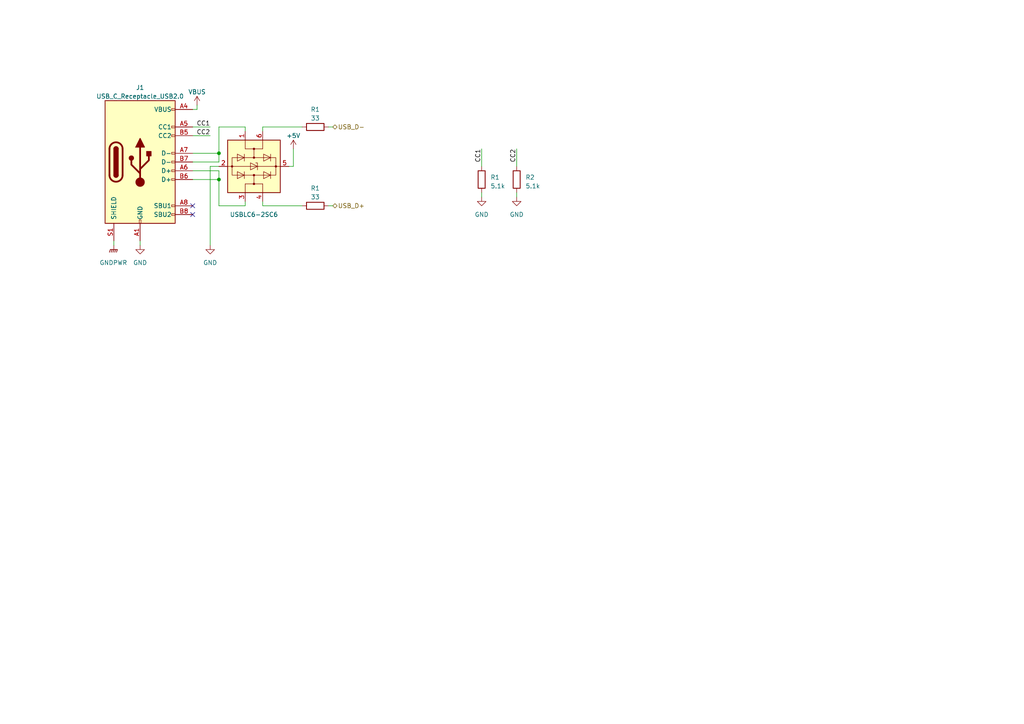
<source format=kicad_sch>
(kicad_sch (version 20230121) (generator eeschema)

  (uuid 5dc50b3a-a912-4e6c-bfa6-3c1c5cd11f41)

  (paper "A4")

  (title_block
    (title "net-bmp")
    (date "2023-11-11")
    (rev "b")
    (company "elagil")
  )

  (lib_symbols
    (symbol "Connector:USB_C_Receptacle_USB2.0" (pin_names (offset 1.016)) (in_bom yes) (on_board yes)
      (property "Reference" "J" (at -10.16 19.05 0)
        (effects (font (size 1.27 1.27)) (justify left))
      )
      (property "Value" "USB_C_Receptacle_USB2.0" (at 19.05 19.05 0)
        (effects (font (size 1.27 1.27)) (justify right))
      )
      (property "Footprint" "" (at 3.81 0 0)
        (effects (font (size 1.27 1.27)) hide)
      )
      (property "Datasheet" "https://www.usb.org/sites/default/files/documents/usb_type-c.zip" (at 3.81 0 0)
        (effects (font (size 1.27 1.27)) hide)
      )
      (property "ki_keywords" "usb universal serial bus type-C USB2.0" (at 0 0 0)
        (effects (font (size 1.27 1.27)) hide)
      )
      (property "ki_description" "USB 2.0-only Type-C Receptacle connector" (at 0 0 0)
        (effects (font (size 1.27 1.27)) hide)
      )
      (property "ki_fp_filters" "USB*C*Receptacle*" (at 0 0 0)
        (effects (font (size 1.27 1.27)) hide)
      )
      (symbol "USB_C_Receptacle_USB2.0_0_0"
        (rectangle (start -0.254 -17.78) (end 0.254 -16.764)
          (stroke (width 0) (type default))
          (fill (type none))
        )
        (rectangle (start 10.16 -14.986) (end 9.144 -15.494)
          (stroke (width 0) (type default))
          (fill (type none))
        )
        (rectangle (start 10.16 -12.446) (end 9.144 -12.954)
          (stroke (width 0) (type default))
          (fill (type none))
        )
        (rectangle (start 10.16 -4.826) (end 9.144 -5.334)
          (stroke (width 0) (type default))
          (fill (type none))
        )
        (rectangle (start 10.16 -2.286) (end 9.144 -2.794)
          (stroke (width 0) (type default))
          (fill (type none))
        )
        (rectangle (start 10.16 0.254) (end 9.144 -0.254)
          (stroke (width 0) (type default))
          (fill (type none))
        )
        (rectangle (start 10.16 2.794) (end 9.144 2.286)
          (stroke (width 0) (type default))
          (fill (type none))
        )
        (rectangle (start 10.16 7.874) (end 9.144 7.366)
          (stroke (width 0) (type default))
          (fill (type none))
        )
        (rectangle (start 10.16 10.414) (end 9.144 9.906)
          (stroke (width 0) (type default))
          (fill (type none))
        )
        (rectangle (start 10.16 15.494) (end 9.144 14.986)
          (stroke (width 0) (type default))
          (fill (type none))
        )
      )
      (symbol "USB_C_Receptacle_USB2.0_0_1"
        (rectangle (start -10.16 17.78) (end 10.16 -17.78)
          (stroke (width 0.254) (type default))
          (fill (type background))
        )
        (arc (start -8.89 -3.81) (mid -6.985 -5.7067) (end -5.08 -3.81)
          (stroke (width 0.508) (type default))
          (fill (type none))
        )
        (arc (start -7.62 -3.81) (mid -6.985 -4.4423) (end -6.35 -3.81)
          (stroke (width 0.254) (type default))
          (fill (type none))
        )
        (arc (start -7.62 -3.81) (mid -6.985 -4.4423) (end -6.35 -3.81)
          (stroke (width 0.254) (type default))
          (fill (type outline))
        )
        (rectangle (start -7.62 -3.81) (end -6.35 3.81)
          (stroke (width 0.254) (type default))
          (fill (type outline))
        )
        (arc (start -6.35 3.81) (mid -6.985 4.4423) (end -7.62 3.81)
          (stroke (width 0.254) (type default))
          (fill (type none))
        )
        (arc (start -6.35 3.81) (mid -6.985 4.4423) (end -7.62 3.81)
          (stroke (width 0.254) (type default))
          (fill (type outline))
        )
        (arc (start -5.08 3.81) (mid -6.985 5.7067) (end -8.89 3.81)
          (stroke (width 0.508) (type default))
          (fill (type none))
        )
        (circle (center -2.54 1.143) (radius 0.635)
          (stroke (width 0.254) (type default))
          (fill (type outline))
        )
        (circle (center 0 -5.842) (radius 1.27)
          (stroke (width 0) (type default))
          (fill (type outline))
        )
        (polyline
          (pts
            (xy -8.89 -3.81)
            (xy -8.89 3.81)
          )
          (stroke (width 0.508) (type default))
          (fill (type none))
        )
        (polyline
          (pts
            (xy -5.08 3.81)
            (xy -5.08 -3.81)
          )
          (stroke (width 0.508) (type default))
          (fill (type none))
        )
        (polyline
          (pts
            (xy 0 -5.842)
            (xy 0 4.318)
          )
          (stroke (width 0.508) (type default))
          (fill (type none))
        )
        (polyline
          (pts
            (xy 0 -3.302)
            (xy -2.54 -0.762)
            (xy -2.54 0.508)
          )
          (stroke (width 0.508) (type default))
          (fill (type none))
        )
        (polyline
          (pts
            (xy 0 -2.032)
            (xy 2.54 0.508)
            (xy 2.54 1.778)
          )
          (stroke (width 0.508) (type default))
          (fill (type none))
        )
        (polyline
          (pts
            (xy -1.27 4.318)
            (xy 0 6.858)
            (xy 1.27 4.318)
            (xy -1.27 4.318)
          )
          (stroke (width 0.254) (type default))
          (fill (type outline))
        )
        (rectangle (start 1.905 1.778) (end 3.175 3.048)
          (stroke (width 0.254) (type default))
          (fill (type outline))
        )
      )
      (symbol "USB_C_Receptacle_USB2.0_1_1"
        (pin passive line (at 0 -22.86 90) (length 5.08)
          (name "GND" (effects (font (size 1.27 1.27))))
          (number "A1" (effects (font (size 1.27 1.27))))
        )
        (pin passive line (at 0 -22.86 90) (length 5.08) hide
          (name "GND" (effects (font (size 1.27 1.27))))
          (number "A12" (effects (font (size 1.27 1.27))))
        )
        (pin passive line (at 15.24 15.24 180) (length 5.08)
          (name "VBUS" (effects (font (size 1.27 1.27))))
          (number "A4" (effects (font (size 1.27 1.27))))
        )
        (pin bidirectional line (at 15.24 10.16 180) (length 5.08)
          (name "CC1" (effects (font (size 1.27 1.27))))
          (number "A5" (effects (font (size 1.27 1.27))))
        )
        (pin bidirectional line (at 15.24 -2.54 180) (length 5.08)
          (name "D+" (effects (font (size 1.27 1.27))))
          (number "A6" (effects (font (size 1.27 1.27))))
        )
        (pin bidirectional line (at 15.24 2.54 180) (length 5.08)
          (name "D-" (effects (font (size 1.27 1.27))))
          (number "A7" (effects (font (size 1.27 1.27))))
        )
        (pin bidirectional line (at 15.24 -12.7 180) (length 5.08)
          (name "SBU1" (effects (font (size 1.27 1.27))))
          (number "A8" (effects (font (size 1.27 1.27))))
        )
        (pin passive line (at 15.24 15.24 180) (length 5.08) hide
          (name "VBUS" (effects (font (size 1.27 1.27))))
          (number "A9" (effects (font (size 1.27 1.27))))
        )
        (pin passive line (at 0 -22.86 90) (length 5.08) hide
          (name "GND" (effects (font (size 1.27 1.27))))
          (number "B1" (effects (font (size 1.27 1.27))))
        )
        (pin passive line (at 0 -22.86 90) (length 5.08) hide
          (name "GND" (effects (font (size 1.27 1.27))))
          (number "B12" (effects (font (size 1.27 1.27))))
        )
        (pin passive line (at 15.24 15.24 180) (length 5.08) hide
          (name "VBUS" (effects (font (size 1.27 1.27))))
          (number "B4" (effects (font (size 1.27 1.27))))
        )
        (pin bidirectional line (at 15.24 7.62 180) (length 5.08)
          (name "CC2" (effects (font (size 1.27 1.27))))
          (number "B5" (effects (font (size 1.27 1.27))))
        )
        (pin bidirectional line (at 15.24 -5.08 180) (length 5.08)
          (name "D+" (effects (font (size 1.27 1.27))))
          (number "B6" (effects (font (size 1.27 1.27))))
        )
        (pin bidirectional line (at 15.24 0 180) (length 5.08)
          (name "D-" (effects (font (size 1.27 1.27))))
          (number "B7" (effects (font (size 1.27 1.27))))
        )
        (pin bidirectional line (at 15.24 -15.24 180) (length 5.08)
          (name "SBU2" (effects (font (size 1.27 1.27))))
          (number "B8" (effects (font (size 1.27 1.27))))
        )
        (pin passive line (at 15.24 15.24 180) (length 5.08) hide
          (name "VBUS" (effects (font (size 1.27 1.27))))
          (number "B9" (effects (font (size 1.27 1.27))))
        )
        (pin passive line (at -7.62 -22.86 90) (length 5.08)
          (name "SHIELD" (effects (font (size 1.27 1.27))))
          (number "S1" (effects (font (size 1.27 1.27))))
        )
      )
    )
    (symbol "Device:R" (pin_numbers hide) (pin_names (offset 0)) (in_bom yes) (on_board yes)
      (property "Reference" "R" (at 2.032 0 90)
        (effects (font (size 1.27 1.27)))
      )
      (property "Value" "R" (at 0 0 90)
        (effects (font (size 1.27 1.27)))
      )
      (property "Footprint" "" (at -1.778 0 90)
        (effects (font (size 1.27 1.27)) hide)
      )
      (property "Datasheet" "~" (at 0 0 0)
        (effects (font (size 1.27 1.27)) hide)
      )
      (property "ki_keywords" "R res resistor" (at 0 0 0)
        (effects (font (size 1.27 1.27)) hide)
      )
      (property "ki_description" "Resistor" (at 0 0 0)
        (effects (font (size 1.27 1.27)) hide)
      )
      (property "ki_fp_filters" "R_*" (at 0 0 0)
        (effects (font (size 1.27 1.27)) hide)
      )
      (symbol "R_0_1"
        (rectangle (start -1.016 -2.54) (end 1.016 2.54)
          (stroke (width 0.254) (type default))
          (fill (type none))
        )
      )
      (symbol "R_1_1"
        (pin passive line (at 0 3.81 270) (length 1.27)
          (name "~" (effects (font (size 1.27 1.27))))
          (number "1" (effects (font (size 1.27 1.27))))
        )
        (pin passive line (at 0 -3.81 90) (length 1.27)
          (name "~" (effects (font (size 1.27 1.27))))
          (number "2" (effects (font (size 1.27 1.27))))
        )
      )
    )
    (symbol "Power_Protection:USBLC6-2SC6" (pin_names hide) (in_bom yes) (on_board yes)
      (property "Reference" "U" (at 2.54 8.89 0)
        (effects (font (size 1.27 1.27)) (justify left))
      )
      (property "Value" "USBLC6-2SC6" (at 2.54 -8.89 0)
        (effects (font (size 1.27 1.27)) (justify left))
      )
      (property "Footprint" "Package_TO_SOT_SMD:SOT-23-6" (at 0 -12.7 0)
        (effects (font (size 1.27 1.27)) hide)
      )
      (property "Datasheet" "https://www.st.com/resource/en/datasheet/usblc6-2.pdf" (at 5.08 8.89 0)
        (effects (font (size 1.27 1.27)) hide)
      )
      (property "ki_keywords" "usb ethernet video" (at 0 0 0)
        (effects (font (size 1.27 1.27)) hide)
      )
      (property "ki_description" "Very low capacitance ESD protection diode, 2 data-line, SOT-23-6" (at 0 0 0)
        (effects (font (size 1.27 1.27)) hide)
      )
      (property "ki_fp_filters" "SOT?23*" (at 0 0 0)
        (effects (font (size 1.27 1.27)) hide)
      )
      (symbol "USBLC6-2SC6_0_1"
        (rectangle (start -7.62 -7.62) (end 7.62 7.62)
          (stroke (width 0.254) (type default))
          (fill (type background))
        )
        (circle (center -5.08 0) (radius 0.254)
          (stroke (width 0) (type default))
          (fill (type outline))
        )
        (circle (center -2.54 0) (radius 0.254)
          (stroke (width 0) (type default))
          (fill (type outline))
        )
        (rectangle (start -2.54 6.35) (end 2.54 -6.35)
          (stroke (width 0) (type default))
          (fill (type none))
        )
        (circle (center 0 -6.35) (radius 0.254)
          (stroke (width 0) (type default))
          (fill (type outline))
        )
        (polyline
          (pts
            (xy -5.08 -2.54)
            (xy -7.62 -2.54)
          )
          (stroke (width 0) (type default))
          (fill (type none))
        )
        (polyline
          (pts
            (xy -5.08 0)
            (xy -5.08 -2.54)
          )
          (stroke (width 0) (type default))
          (fill (type none))
        )
        (polyline
          (pts
            (xy -5.08 2.54)
            (xy -7.62 2.54)
          )
          (stroke (width 0) (type default))
          (fill (type none))
        )
        (polyline
          (pts
            (xy -1.524 -2.794)
            (xy -3.556 -2.794)
          )
          (stroke (width 0) (type default))
          (fill (type none))
        )
        (polyline
          (pts
            (xy -1.524 4.826)
            (xy -3.556 4.826)
          )
          (stroke (width 0) (type default))
          (fill (type none))
        )
        (polyline
          (pts
            (xy 0 -7.62)
            (xy 0 -6.35)
          )
          (stroke (width 0) (type default))
          (fill (type none))
        )
        (polyline
          (pts
            (xy 0 -6.35)
            (xy 0 1.27)
          )
          (stroke (width 0) (type default))
          (fill (type none))
        )
        (polyline
          (pts
            (xy 0 1.27)
            (xy 0 6.35)
          )
          (stroke (width 0) (type default))
          (fill (type none))
        )
        (polyline
          (pts
            (xy 0 6.35)
            (xy 0 7.62)
          )
          (stroke (width 0) (type default))
          (fill (type none))
        )
        (polyline
          (pts
            (xy 1.524 -2.794)
            (xy 3.556 -2.794)
          )
          (stroke (width 0) (type default))
          (fill (type none))
        )
        (polyline
          (pts
            (xy 1.524 4.826)
            (xy 3.556 4.826)
          )
          (stroke (width 0) (type default))
          (fill (type none))
        )
        (polyline
          (pts
            (xy 5.08 -2.54)
            (xy 7.62 -2.54)
          )
          (stroke (width 0) (type default))
          (fill (type none))
        )
        (polyline
          (pts
            (xy 5.08 0)
            (xy 5.08 -2.54)
          )
          (stroke (width 0) (type default))
          (fill (type none))
        )
        (polyline
          (pts
            (xy 5.08 2.54)
            (xy 7.62 2.54)
          )
          (stroke (width 0) (type default))
          (fill (type none))
        )
        (polyline
          (pts
            (xy -2.54 0)
            (xy -5.08 0)
            (xy -5.08 2.54)
          )
          (stroke (width 0) (type default))
          (fill (type none))
        )
        (polyline
          (pts
            (xy 2.54 0)
            (xy 5.08 0)
            (xy 5.08 2.54)
          )
          (stroke (width 0) (type default))
          (fill (type none))
        )
        (polyline
          (pts
            (xy -3.556 -4.826)
            (xy -1.524 -4.826)
            (xy -2.54 -2.794)
            (xy -3.556 -4.826)
          )
          (stroke (width 0) (type default))
          (fill (type none))
        )
        (polyline
          (pts
            (xy -3.556 2.794)
            (xy -1.524 2.794)
            (xy -2.54 4.826)
            (xy -3.556 2.794)
          )
          (stroke (width 0) (type default))
          (fill (type none))
        )
        (polyline
          (pts
            (xy -1.016 -1.016)
            (xy 1.016 -1.016)
            (xy 0 1.016)
            (xy -1.016 -1.016)
          )
          (stroke (width 0) (type default))
          (fill (type none))
        )
        (polyline
          (pts
            (xy 1.016 1.016)
            (xy 0.762 1.016)
            (xy -1.016 1.016)
            (xy -1.016 0.508)
          )
          (stroke (width 0) (type default))
          (fill (type none))
        )
        (polyline
          (pts
            (xy 3.556 -4.826)
            (xy 1.524 -4.826)
            (xy 2.54 -2.794)
            (xy 3.556 -4.826)
          )
          (stroke (width 0) (type default))
          (fill (type none))
        )
        (polyline
          (pts
            (xy 3.556 2.794)
            (xy 1.524 2.794)
            (xy 2.54 4.826)
            (xy 3.556 2.794)
          )
          (stroke (width 0) (type default))
          (fill (type none))
        )
        (circle (center 0 6.35) (radius 0.254)
          (stroke (width 0) (type default))
          (fill (type outline))
        )
        (circle (center 2.54 0) (radius 0.254)
          (stroke (width 0) (type default))
          (fill (type outline))
        )
        (circle (center 5.08 0) (radius 0.254)
          (stroke (width 0) (type default))
          (fill (type outline))
        )
      )
      (symbol "USBLC6-2SC6_1_1"
        (pin passive line (at -10.16 -2.54 0) (length 2.54)
          (name "I/O1" (effects (font (size 1.27 1.27))))
          (number "1" (effects (font (size 1.27 1.27))))
        )
        (pin passive line (at 0 -10.16 90) (length 2.54)
          (name "GND" (effects (font (size 1.27 1.27))))
          (number "2" (effects (font (size 1.27 1.27))))
        )
        (pin passive line (at 10.16 -2.54 180) (length 2.54)
          (name "I/O2" (effects (font (size 1.27 1.27))))
          (number "3" (effects (font (size 1.27 1.27))))
        )
        (pin passive line (at 10.16 2.54 180) (length 2.54)
          (name "I/O2" (effects (font (size 1.27 1.27))))
          (number "4" (effects (font (size 1.27 1.27))))
        )
        (pin passive line (at 0 10.16 270) (length 2.54)
          (name "VBUS" (effects (font (size 1.27 1.27))))
          (number "5" (effects (font (size 1.27 1.27))))
        )
        (pin passive line (at -10.16 2.54 0) (length 2.54)
          (name "I/O1" (effects (font (size 1.27 1.27))))
          (number "6" (effects (font (size 1.27 1.27))))
        )
      )
    )
    (symbol "power:+5V" (power) (pin_names (offset 0)) (in_bom yes) (on_board yes)
      (property "Reference" "#PWR" (at 0 -3.81 0)
        (effects (font (size 1.27 1.27)) hide)
      )
      (property "Value" "+5V" (at 0 3.556 0)
        (effects (font (size 1.27 1.27)))
      )
      (property "Footprint" "" (at 0 0 0)
        (effects (font (size 1.27 1.27)) hide)
      )
      (property "Datasheet" "" (at 0 0 0)
        (effects (font (size 1.27 1.27)) hide)
      )
      (property "ki_keywords" "global power" (at 0 0 0)
        (effects (font (size 1.27 1.27)) hide)
      )
      (property "ki_description" "Power symbol creates a global label with name \"+5V\"" (at 0 0 0)
        (effects (font (size 1.27 1.27)) hide)
      )
      (symbol "+5V_0_1"
        (polyline
          (pts
            (xy -0.762 1.27)
            (xy 0 2.54)
          )
          (stroke (width 0) (type default))
          (fill (type none))
        )
        (polyline
          (pts
            (xy 0 0)
            (xy 0 2.54)
          )
          (stroke (width 0) (type default))
          (fill (type none))
        )
        (polyline
          (pts
            (xy 0 2.54)
            (xy 0.762 1.27)
          )
          (stroke (width 0) (type default))
          (fill (type none))
        )
      )
      (symbol "+5V_1_1"
        (pin power_in line (at 0 0 90) (length 0) hide
          (name "+5V" (effects (font (size 1.27 1.27))))
          (number "1" (effects (font (size 1.27 1.27))))
        )
      )
    )
    (symbol "power:GND" (power) (pin_names (offset 0)) (in_bom yes) (on_board yes)
      (property "Reference" "#PWR" (at 0 -6.35 0)
        (effects (font (size 1.27 1.27)) hide)
      )
      (property "Value" "GND" (at 0 -3.81 0)
        (effects (font (size 1.27 1.27)))
      )
      (property "Footprint" "" (at 0 0 0)
        (effects (font (size 1.27 1.27)) hide)
      )
      (property "Datasheet" "" (at 0 0 0)
        (effects (font (size 1.27 1.27)) hide)
      )
      (property "ki_keywords" "global power" (at 0 0 0)
        (effects (font (size 1.27 1.27)) hide)
      )
      (property "ki_description" "Power symbol creates a global label with name \"GND\" , ground" (at 0 0 0)
        (effects (font (size 1.27 1.27)) hide)
      )
      (symbol "GND_0_1"
        (polyline
          (pts
            (xy 0 0)
            (xy 0 -1.27)
            (xy 1.27 -1.27)
            (xy 0 -2.54)
            (xy -1.27 -1.27)
            (xy 0 -1.27)
          )
          (stroke (width 0) (type default))
          (fill (type none))
        )
      )
      (symbol "GND_1_1"
        (pin power_in line (at 0 0 270) (length 0) hide
          (name "GND" (effects (font (size 1.27 1.27))))
          (number "1" (effects (font (size 1.27 1.27))))
        )
      )
    )
    (symbol "power:GNDPWR" (power) (pin_names (offset 0)) (in_bom yes) (on_board yes)
      (property "Reference" "#PWR" (at 0 -5.08 0)
        (effects (font (size 1.27 1.27)) hide)
      )
      (property "Value" "GNDPWR" (at 0 -3.302 0)
        (effects (font (size 1.27 1.27)))
      )
      (property "Footprint" "" (at 0 -1.27 0)
        (effects (font (size 1.27 1.27)) hide)
      )
      (property "Datasheet" "" (at 0 -1.27 0)
        (effects (font (size 1.27 1.27)) hide)
      )
      (property "ki_keywords" "global ground" (at 0 0 0)
        (effects (font (size 1.27 1.27)) hide)
      )
      (property "ki_description" "Power symbol creates a global label with name \"GNDPWR\" , global ground" (at 0 0 0)
        (effects (font (size 1.27 1.27)) hide)
      )
      (symbol "GNDPWR_0_1"
        (polyline
          (pts
            (xy 0 -1.27)
            (xy 0 0)
          )
          (stroke (width 0) (type default))
          (fill (type none))
        )
        (polyline
          (pts
            (xy -1.016 -1.27)
            (xy -1.27 -2.032)
            (xy -1.27 -2.032)
          )
          (stroke (width 0.2032) (type default))
          (fill (type none))
        )
        (polyline
          (pts
            (xy -0.508 -1.27)
            (xy -0.762 -2.032)
            (xy -0.762 -2.032)
          )
          (stroke (width 0.2032) (type default))
          (fill (type none))
        )
        (polyline
          (pts
            (xy 0 -1.27)
            (xy -0.254 -2.032)
            (xy -0.254 -2.032)
          )
          (stroke (width 0.2032) (type default))
          (fill (type none))
        )
        (polyline
          (pts
            (xy 0.508 -1.27)
            (xy 0.254 -2.032)
            (xy 0.254 -2.032)
          )
          (stroke (width 0.2032) (type default))
          (fill (type none))
        )
        (polyline
          (pts
            (xy 1.016 -1.27)
            (xy -1.016 -1.27)
            (xy -1.016 -1.27)
          )
          (stroke (width 0.2032) (type default))
          (fill (type none))
        )
        (polyline
          (pts
            (xy 1.016 -1.27)
            (xy 0.762 -2.032)
            (xy 0.762 -2.032)
            (xy 0.762 -2.032)
          )
          (stroke (width 0.2032) (type default))
          (fill (type none))
        )
      )
      (symbol "GNDPWR_1_1"
        (pin power_in line (at 0 0 270) (length 0) hide
          (name "GNDPWR" (effects (font (size 1.27 1.27))))
          (number "1" (effects (font (size 1.27 1.27))))
        )
      )
    )
    (symbol "power:VBUS" (power) (pin_names (offset 0)) (in_bom yes) (on_board yes)
      (property "Reference" "#PWR" (at 0 -3.81 0)
        (effects (font (size 1.27 1.27)) hide)
      )
      (property "Value" "VBUS" (at 0 3.81 0)
        (effects (font (size 1.27 1.27)))
      )
      (property "Footprint" "" (at 0 0 0)
        (effects (font (size 1.27 1.27)) hide)
      )
      (property "Datasheet" "" (at 0 0 0)
        (effects (font (size 1.27 1.27)) hide)
      )
      (property "ki_keywords" "global power" (at 0 0 0)
        (effects (font (size 1.27 1.27)) hide)
      )
      (property "ki_description" "Power symbol creates a global label with name \"VBUS\"" (at 0 0 0)
        (effects (font (size 1.27 1.27)) hide)
      )
      (symbol "VBUS_0_1"
        (polyline
          (pts
            (xy -0.762 1.27)
            (xy 0 2.54)
          )
          (stroke (width 0) (type default))
          (fill (type none))
        )
        (polyline
          (pts
            (xy 0 0)
            (xy 0 2.54)
          )
          (stroke (width 0) (type default))
          (fill (type none))
        )
        (polyline
          (pts
            (xy 0 2.54)
            (xy 0.762 1.27)
          )
          (stroke (width 0) (type default))
          (fill (type none))
        )
      )
      (symbol "VBUS_1_1"
        (pin power_in line (at 0 0 90) (length 0) hide
          (name "VBUS" (effects (font (size 1.27 1.27))))
          (number "1" (effects (font (size 1.27 1.27))))
        )
      )
    )
  )

  (junction (at 63.5 44.45) (diameter 0) (color 0 0 0 0)
    (uuid cfdf955c-7dcb-4940-b25e-622ce7c08515)
  )
  (junction (at 63.5 52.07) (diameter 0) (color 0 0 0 0)
    (uuid deb165a8-0852-4af2-bbef-e85c235303b2)
  )

  (no_connect (at 55.88 59.69) (uuid 36fee985-b792-4042-a1af-0aa5c6a2f998))
  (no_connect (at 55.88 62.23) (uuid c33eab85-d4f4-4530-bff5-7c5cd0db13cf))

  (wire (pts (xy 55.88 46.99) (xy 63.5 46.99))
    (stroke (width 0) (type default))
    (uuid 0ab3322e-2f2e-40da-8030-4baac107955e)
  )
  (wire (pts (xy 83.82 48.26) (xy 85.09 48.26))
    (stroke (width 0) (type default))
    (uuid 0c4fdbd5-dc5d-4ab5-ba40-de276937950a)
  )
  (wire (pts (xy 149.86 55.88) (xy 149.86 57.15))
    (stroke (width 0) (type default))
    (uuid 10b7d6ab-ccc2-4fce-a8d9-d53a2e700655)
  )
  (wire (pts (xy 55.88 44.45) (xy 63.5 44.45))
    (stroke (width 0) (type default))
    (uuid 1388c0d5-26b1-49a8-8b1c-2f514ec43aa5)
  )
  (wire (pts (xy 33.02 69.85) (xy 33.02 71.12))
    (stroke (width 0) (type default))
    (uuid 15057526-3e92-4134-8882-213579a48595)
  )
  (wire (pts (xy 71.12 59.69) (xy 71.12 58.42))
    (stroke (width 0) (type default))
    (uuid 25f0a4d0-1701-4fd0-9ff5-2b8bb2aa4a74)
  )
  (wire (pts (xy 63.5 59.69) (xy 71.12 59.69))
    (stroke (width 0) (type default))
    (uuid 40db7319-a866-4df3-b25a-929dbf927b65)
  )
  (wire (pts (xy 63.5 36.83) (xy 71.12 36.83))
    (stroke (width 0) (type default))
    (uuid 41efbf6f-bc93-4873-970d-01e88f3a4200)
  )
  (wire (pts (xy 63.5 46.99) (xy 63.5 44.45))
    (stroke (width 0) (type default))
    (uuid 4ad47439-fe1e-4e7f-b90d-c89c47894f68)
  )
  (wire (pts (xy 60.96 48.26) (xy 60.96 71.12))
    (stroke (width 0) (type default))
    (uuid 4db3aed3-2ab9-4415-944b-a19c5ece06fd)
  )
  (wire (pts (xy 55.88 52.07) (xy 63.5 52.07))
    (stroke (width 0) (type default))
    (uuid 5ba878aa-d76a-4487-852c-919f698631b3)
  )
  (wire (pts (xy 57.15 30.48) (xy 57.15 31.75))
    (stroke (width 0) (type default))
    (uuid 5ca59c64-dc7b-4c5b-a177-3d4bc64ff1b6)
  )
  (wire (pts (xy 63.5 44.45) (xy 63.5 36.83))
    (stroke (width 0) (type default))
    (uuid 5e5cf6f7-c8ec-46d2-89fe-49fdd301f72d)
  )
  (wire (pts (xy 63.5 52.07) (xy 63.5 59.69))
    (stroke (width 0) (type default))
    (uuid 62583f9d-cc4c-4ee8-9084-2b9bda67cf59)
  )
  (wire (pts (xy 63.5 49.53) (xy 63.5 52.07))
    (stroke (width 0) (type default))
    (uuid 6b0a3ac1-8984-434e-98d3-dbd37de9bc99)
  )
  (wire (pts (xy 95.25 59.69) (xy 96.52 59.69))
    (stroke (width 0) (type default))
    (uuid 6e622265-aaf0-4fc1-9f08-50329a46463d)
  )
  (wire (pts (xy 76.2 59.69) (xy 87.63 59.69))
    (stroke (width 0) (type default))
    (uuid 7b539f01-ba72-4679-b418-ae5f107db6f8)
  )
  (wire (pts (xy 71.12 36.83) (xy 71.12 38.1))
    (stroke (width 0) (type default))
    (uuid 80619cbb-850f-4d20-a903-8c90143892a4)
  )
  (wire (pts (xy 76.2 38.1) (xy 76.2 36.83))
    (stroke (width 0) (type default))
    (uuid 81958cc1-55dc-4d05-8672-07692e4fddda)
  )
  (wire (pts (xy 85.09 48.26) (xy 85.09 43.18))
    (stroke (width 0) (type default))
    (uuid 863b54be-558f-41b2-a975-25e2bc2b2818)
  )
  (wire (pts (xy 149.86 43.18) (xy 149.86 48.26))
    (stroke (width 0) (type default))
    (uuid 934ced08-8665-462e-b390-d53207bab899)
  )
  (wire (pts (xy 76.2 58.42) (xy 76.2 59.69))
    (stroke (width 0) (type default))
    (uuid 9396c5d7-3f33-49a6-b1c8-f0b663d446de)
  )
  (wire (pts (xy 55.88 31.75) (xy 57.15 31.75))
    (stroke (width 0) (type default))
    (uuid 9caca620-a3e2-40d6-b747-f90d35cb10e9)
  )
  (wire (pts (xy 55.88 49.53) (xy 63.5 49.53))
    (stroke (width 0) (type default))
    (uuid 9df28fb6-20d6-47e5-b0a2-4ab7a6a04cbf)
  )
  (wire (pts (xy 139.7 43.18) (xy 139.7 48.26))
    (stroke (width 0) (type default))
    (uuid a3f482b4-c6d9-47a7-8dde-f76ce5853808)
  )
  (wire (pts (xy 40.64 69.85) (xy 40.64 71.12))
    (stroke (width 0) (type default))
    (uuid b87ed89f-bf12-42d0-aa15-7edc3ac2e359)
  )
  (wire (pts (xy 139.7 55.88) (xy 139.7 57.15))
    (stroke (width 0) (type default))
    (uuid b8aecd81-3402-438e-bfd2-558c601bd887)
  )
  (wire (pts (xy 63.5 48.26) (xy 60.96 48.26))
    (stroke (width 0) (type default))
    (uuid d7d62a2a-1f39-4e77-8ba5-1f3ac2859daa)
  )
  (wire (pts (xy 55.88 36.83) (xy 60.96 36.83))
    (stroke (width 0) (type default))
    (uuid e2a28f25-75e1-4d5c-bdb0-2e1d5beeec83)
  )
  (wire (pts (xy 95.25 36.83) (xy 96.52 36.83))
    (stroke (width 0) (type default))
    (uuid e3fc8d94-d8ac-430e-85ae-9f5413cbe90e)
  )
  (wire (pts (xy 55.88 39.37) (xy 60.96 39.37))
    (stroke (width 0) (type default))
    (uuid eed8ad2f-6a59-4317-98aa-de7361a99c23)
  )
  (wire (pts (xy 76.2 36.83) (xy 87.63 36.83))
    (stroke (width 0) (type default))
    (uuid f95d8a61-f295-477f-b631-027ac64975b0)
  )

  (label "CC1" (at 139.7 43.18 270) (fields_autoplaced)
    (effects (font (size 1.27 1.27)) (justify right bottom))
    (uuid 6059bfbd-ab3f-4c00-8d7c-bafc43b6ae1a)
  )
  (label "CC2" (at 60.96 39.37 180) (fields_autoplaced)
    (effects (font (size 1.27 1.27)) (justify right bottom))
    (uuid 718001ac-0136-47e6-b097-28029f9c923c)
  )
  (label "CC2" (at 149.86 43.18 270) (fields_autoplaced)
    (effects (font (size 1.27 1.27)) (justify right bottom))
    (uuid cbf74b39-a9f7-47ea-bd48-c13670be99b5)
  )
  (label "CC1" (at 60.96 36.83 180) (fields_autoplaced)
    (effects (font (size 1.27 1.27)) (justify right bottom))
    (uuid f7008bdd-61b1-4e10-a4a0-71c5c123c835)
  )

  (hierarchical_label "USB_D+" (shape bidirectional) (at 96.52 59.69 0) (fields_autoplaced)
    (effects (font (size 1.27 1.27)) (justify left))
    (uuid 7618dc55-9ad2-4f69-84e2-51e3c697d0f1)
  )
  (hierarchical_label "USB_D-" (shape bidirectional) (at 96.52 36.83 0) (fields_autoplaced)
    (effects (font (size 1.27 1.27)) (justify left))
    (uuid 778f9836-0980-44b9-aced-b43324ef2a42)
  )

  (symbol (lib_id "power:VBUS") (at 57.15 30.48 0) (unit 1)
    (in_bom yes) (on_board yes) (dnp no)
    (uuid 104fa1f1-e869-49a5-b50d-e20e1c015ac6)
    (property "Reference" "#PWR067" (at 57.15 34.29 0)
      (effects (font (size 1.27 1.27)) hide)
    )
    (property "Value" "VBUS" (at 57.15 26.67 0)
      (effects (font (size 1.27 1.27)))
    )
    (property "Footprint" "" (at 57.15 30.48 0)
      (effects (font (size 1.27 1.27)) hide)
    )
    (property "Datasheet" "" (at 57.15 30.48 0)
      (effects (font (size 1.27 1.27)) hide)
    )
    (pin "1" (uuid 4ceedeb8-4268-4199-acb3-658335900bd6))
    (instances
      (project "net-bmp"
        (path "/0556e588-02fe-48e5-93e8-fa3aab1c90e7/e157d64e-477b-4983-afb5-0491664aa612"
          (reference "#PWR067") (unit 1)
        )
      )
    )
  )

  (symbol (lib_id "Connector:USB_C_Receptacle_USB2.0") (at 40.64 46.99 0) (unit 1)
    (in_bom yes) (on_board yes) (dnp no) (fields_autoplaced)
    (uuid 11e72b79-a156-4615-95ad-54159767554d)
    (property "Reference" "J1" (at 40.64 25.4 0)
      (effects (font (size 1.27 1.27)))
    )
    (property "Value" "USB_C_Receptacle_USB2.0" (at 40.64 27.94 0)
      (effects (font (size 1.27 1.27)))
    )
    (property "Footprint" "Connector_USB:USB_C_Receptacle_G-Switch_GT-USB-7010ASV" (at 44.45 46.99 0)
      (effects (font (size 1.27 1.27)) hide)
    )
    (property "Datasheet" "https://www.usb.org/sites/default/files/documents/usb_type-c.zip" (at 44.45 46.99 0)
      (effects (font (size 1.27 1.27)) hide)
    )
    (property "MPN" "C963413" (at 40.64 46.99 0)
      (effects (font (size 1.27 1.27)) hide)
    )
    (property "JLCPCB Rotation Offset" "" (at 40.64 46.99 0)
      (effects (font (size 1.27 1.27)) hide)
    )
    (pin "A1" (uuid a3d205bf-ec22-4f9c-815e-eef1ff15f643))
    (pin "A12" (uuid 9b46f3a6-9ba0-4c3b-9663-1773c2e66d68))
    (pin "A4" (uuid 26bb24ad-d6be-45d2-8526-4d10cd642817))
    (pin "A5" (uuid 3dabfb47-ac4b-4bbf-84b4-5f0a615ab4a6))
    (pin "A6" (uuid 0da1b610-efb2-4254-9746-2c7f89c33750))
    (pin "A7" (uuid eda8dbe8-efff-445f-9ffc-bf0dee36dc98))
    (pin "A8" (uuid 3c02919e-8fee-499e-9ebd-cc8459be9528))
    (pin "A9" (uuid 92eafddc-2178-4979-8f01-d0c10f4869e7))
    (pin "B1" (uuid cbc45a42-e9a9-4ff2-93ee-35ebcef61b21))
    (pin "B12" (uuid 8c1ed207-272d-4e84-b66d-1aff92c1c0a9))
    (pin "B4" (uuid f0bb28d7-2f59-41c5-8504-808fac1071c1))
    (pin "B5" (uuid 79e0a401-e8f5-4155-a09d-b090660a8bbf))
    (pin "B6" (uuid 74cf8dbf-e9bc-46be-b9cd-6ee6c4896c74))
    (pin "B7" (uuid ba90f925-6cbb-4208-aa85-401c0a8fc112))
    (pin "B8" (uuid 18a49732-7554-4d20-b09b-5e929dec59b2))
    (pin "B9" (uuid 008a2d88-bea2-4b61-aa0e-aa4fdc17c3c0))
    (pin "S1" (uuid e9ddaa8b-deba-44e4-be84-d5bbeb7527ba))
    (instances
      (project "net-bmp"
        (path "/0556e588-02fe-48e5-93e8-fa3aab1c90e7"
          (reference "J1") (unit 1)
        )
        (path "/0556e588-02fe-48e5-93e8-fa3aab1c90e7/e157d64e-477b-4983-afb5-0491664aa612"
          (reference "J4") (unit 1)
        )
      )
    )
  )

  (symbol (lib_id "power:GND") (at 149.86 57.15 0) (unit 1)
    (in_bom yes) (on_board yes) (dnp no) (fields_autoplaced)
    (uuid 11eddb3d-9921-4ac4-9058-f83147821d4b)
    (property "Reference" "#PWR012" (at 149.86 63.5 0)
      (effects (font (size 1.27 1.27)) hide)
    )
    (property "Value" "GND" (at 149.86 62.23 0)
      (effects (font (size 1.27 1.27)))
    )
    (property "Footprint" "" (at 149.86 57.15 0)
      (effects (font (size 1.27 1.27)) hide)
    )
    (property "Datasheet" "" (at 149.86 57.15 0)
      (effects (font (size 1.27 1.27)) hide)
    )
    (pin "1" (uuid 5e908526-2800-4187-9084-44215a25f984))
    (instances
      (project "net-bmp"
        (path "/0556e588-02fe-48e5-93e8-fa3aab1c90e7"
          (reference "#PWR012") (unit 1)
        )
        (path "/0556e588-02fe-48e5-93e8-fa3aab1c90e7/e157d64e-477b-4983-afb5-0491664aa612"
          (reference "#PWR070") (unit 1)
        )
      )
    )
  )

  (symbol (lib_id "power:GNDPWR") (at 33.02 71.12 0) (unit 1)
    (in_bom yes) (on_board yes) (dnp no) (fields_autoplaced)
    (uuid 84232d83-da8f-49d6-a860-a7db5ad8a3dc)
    (property "Reference" "#PWR063" (at 33.02 76.2 0)
      (effects (font (size 1.27 1.27)) hide)
    )
    (property "Value" "GNDPWR" (at 32.893 76.2 0)
      (effects (font (size 1.27 1.27)))
    )
    (property "Footprint" "" (at 33.02 72.39 0)
      (effects (font (size 1.27 1.27)) hide)
    )
    (property "Datasheet" "" (at 33.02 72.39 0)
      (effects (font (size 1.27 1.27)) hide)
    )
    (pin "1" (uuid fff659b9-9f3d-49ee-ac3a-e8e511d3d647))
    (instances
      (project "net-bmp"
        (path "/0556e588-02fe-48e5-93e8-fa3aab1c90e7/05fc74b7-f058-42ca-bffa-27bc74c664f2"
          (reference "#PWR063") (unit 1)
        )
        (path "/0556e588-02fe-48e5-93e8-fa3aab1c90e7/e157d64e-477b-4983-afb5-0491664aa612"
          (reference "#PWR062") (unit 1)
        )
      )
    )
  )

  (symbol (lib_id "power:+5V") (at 85.09 43.18 0) (unit 1)
    (in_bom yes) (on_board yes) (dnp no) (fields_autoplaced)
    (uuid 84b70544-d65a-4290-b81a-d73cad02325d)
    (property "Reference" "#PWR09" (at 85.09 46.99 0)
      (effects (font (size 1.27 1.27)) hide)
    )
    (property "Value" "+5V" (at 85.09 39.37 0)
      (effects (font (size 1.27 1.27)))
    )
    (property "Footprint" "" (at 85.09 43.18 0)
      (effects (font (size 1.27 1.27)) hide)
    )
    (property "Datasheet" "" (at 85.09 43.18 0)
      (effects (font (size 1.27 1.27)) hide)
    )
    (pin "1" (uuid 637081a1-e7cd-4ac5-8071-0c552488abb4))
    (instances
      (project "net-bmp"
        (path "/0556e588-02fe-48e5-93e8-fa3aab1c90e7"
          (reference "#PWR09") (unit 1)
        )
        (path "/0556e588-02fe-48e5-93e8-fa3aab1c90e7/e157d64e-477b-4983-afb5-0491664aa612"
          (reference "#PWR066") (unit 1)
        )
      )
    )
  )

  (symbol (lib_id "Device:R") (at 149.86 52.07 180) (unit 1)
    (in_bom yes) (on_board yes) (dnp no) (fields_autoplaced)
    (uuid a3d2a3fb-dde2-44dd-b124-44086e32cdae)
    (property "Reference" "R2" (at 152.4 51.435 0)
      (effects (font (size 1.27 1.27)) (justify right))
    )
    (property "Value" "5.1k" (at 152.4 53.975 0)
      (effects (font (size 1.27 1.27)) (justify right))
    )
    (property "Footprint" "Resistor_SMD:R_0402_1005Metric" (at 151.638 52.07 90)
      (effects (font (size 1.27 1.27)) hide)
    )
    (property "Datasheet" "~" (at 149.86 52.07 0)
      (effects (font (size 1.27 1.27)) hide)
    )
    (property "MPN" "C25905" (at 149.86 52.07 0)
      (effects (font (size 1.27 1.27)) hide)
    )
    (property "JLCPCB Rotation Offset" "" (at 149.86 52.07 0)
      (effects (font (size 1.27 1.27)) hide)
    )
    (pin "1" (uuid 5209733b-9219-4006-a85a-b07ad9f3fe2d))
    (pin "2" (uuid ee5f6b60-3823-4bf5-bac1-de344a595355))
    (instances
      (project "net-bmp"
        (path "/0556e588-02fe-48e5-93e8-fa3aab1c90e7"
          (reference "R2") (unit 1)
        )
        (path "/0556e588-02fe-48e5-93e8-fa3aab1c90e7/e157d64e-477b-4983-afb5-0491664aa612"
          (reference "R34") (unit 1)
        )
      )
    )
  )

  (symbol (lib_id "Power_Protection:USBLC6-2SC6") (at 73.66 48.26 270) (unit 1)
    (in_bom yes) (on_board yes) (dnp no)
    (uuid a82abb94-f37c-4e7d-a4ef-404ee7de99af)
    (property "Reference" "U2" (at 102.87 42.5703 90)
      (effects (font (size 1.27 1.27)) hide)
    )
    (property "Value" "USBLC6-2SC6" (at 73.66 62.23 90)
      (effects (font (size 1.27 1.27)))
    )
    (property "Footprint" "Package_TO_SOT_SMD:SOT-23-6" (at 60.96 48.26 0)
      (effects (font (size 1.27 1.27)) hide)
    )
    (property "Datasheet" "https://www.st.com/resource/en/datasheet/usblc6-2.pdf" (at 82.55 53.34 0)
      (effects (font (size 1.27 1.27)) hide)
    )
    (property "MPN" "C7519" (at 73.66 48.26 0)
      (effects (font (size 1.27 1.27)) hide)
    )
    (property "JLCPCB Rotation Offset" "-90" (at 73.66 48.26 0)
      (effects (font (size 1.27 1.27)) hide)
    )
    (pin "1" (uuid 749d7efc-b2a3-49c2-bc31-47f82788261d))
    (pin "2" (uuid b3cffff3-9d09-4d47-8911-9e385713476c))
    (pin "3" (uuid ab7ebe33-da27-4a20-9f88-375ea34dd9a1))
    (pin "4" (uuid e06e92af-31ff-42a4-829b-088bdb3933b2))
    (pin "5" (uuid 797ea7ef-8fa5-4235-8ff0-3c7a09cf6564))
    (pin "6" (uuid 0a961e3d-7f2d-4d70-bac4-d6b1f63314c9))
    (instances
      (project "net-bmp"
        (path "/0556e588-02fe-48e5-93e8-fa3aab1c90e7"
          (reference "U2") (unit 1)
        )
        (path "/0556e588-02fe-48e5-93e8-fa3aab1c90e7/e157d64e-477b-4983-afb5-0491664aa612"
          (reference "U7") (unit 1)
        )
      )
    )
  )

  (symbol (lib_id "power:GND") (at 40.64 71.12 0) (unit 1)
    (in_bom yes) (on_board yes) (dnp no) (fields_autoplaced)
    (uuid d0e7c2c3-c1f8-4203-93c5-61920cb3c57a)
    (property "Reference" "#PWR04" (at 40.64 77.47 0)
      (effects (font (size 1.27 1.27)) hide)
    )
    (property "Value" "GND" (at 40.64 76.2 0)
      (effects (font (size 1.27 1.27)))
    )
    (property "Footprint" "" (at 40.64 71.12 0)
      (effects (font (size 1.27 1.27)) hide)
    )
    (property "Datasheet" "" (at 40.64 71.12 0)
      (effects (font (size 1.27 1.27)) hide)
    )
    (pin "1" (uuid 36ab08c7-0ffb-4aea-a87e-ee3735784ff5))
    (instances
      (project "net-bmp"
        (path "/0556e588-02fe-48e5-93e8-fa3aab1c90e7"
          (reference "#PWR04") (unit 1)
        )
        (path "/0556e588-02fe-48e5-93e8-fa3aab1c90e7/e157d64e-477b-4983-afb5-0491664aa612"
          (reference "#PWR063") (unit 1)
        )
      )
    )
  )

  (symbol (lib_id "Device:R") (at 91.44 36.83 270) (unit 1)
    (in_bom yes) (on_board yes) (dnp no) (fields_autoplaced)
    (uuid da2a576e-e658-44ae-9c59-ce76f2197125)
    (property "Reference" "R1" (at 91.44 31.75 90)
      (effects (font (size 1.27 1.27)))
    )
    (property "Value" "33" (at 91.44 34.29 90)
      (effects (font (size 1.27 1.27)))
    )
    (property "Footprint" "Resistor_SMD:R_0402_1005Metric" (at 91.44 35.052 90)
      (effects (font (size 1.27 1.27)) hide)
    )
    (property "Datasheet" "~" (at 91.44 36.83 0)
      (effects (font (size 1.27 1.27)) hide)
    )
    (property "MPN" "C25105" (at 91.44 36.83 0)
      (effects (font (size 1.27 1.27)) hide)
    )
    (property "JLCPCB Rotation Offset" "" (at 91.44 36.83 0)
      (effects (font (size 1.27 1.27)) hide)
    )
    (pin "1" (uuid 10892656-d47e-4492-abc5-33124b0f76c2))
    (pin "2" (uuid 1a38189c-feae-4704-b679-df6cf4f80f9f))
    (instances
      (project "net-bmp"
        (path "/0556e588-02fe-48e5-93e8-fa3aab1c90e7"
          (reference "R1") (unit 1)
        )
        (path "/0556e588-02fe-48e5-93e8-fa3aab1c90e7/e157d64e-477b-4983-afb5-0491664aa612"
          (reference "R29") (unit 1)
        )
      )
    )
  )

  (symbol (lib_id "power:GND") (at 60.96 71.12 0) (unit 1)
    (in_bom yes) (on_board yes) (dnp no) (fields_autoplaced)
    (uuid de47cb75-c072-4b86-8a33-71167b54336b)
    (property "Reference" "#PWR010" (at 60.96 77.47 0)
      (effects (font (size 1.27 1.27)) hide)
    )
    (property "Value" "GND" (at 60.96 76.2 0)
      (effects (font (size 1.27 1.27)))
    )
    (property "Footprint" "" (at 60.96 71.12 0)
      (effects (font (size 1.27 1.27)) hide)
    )
    (property "Datasheet" "" (at 60.96 71.12 0)
      (effects (font (size 1.27 1.27)) hide)
    )
    (pin "1" (uuid d63d9a5f-4c0d-42ab-9ed1-56928100ae18))
    (instances
      (project "net-bmp"
        (path "/0556e588-02fe-48e5-93e8-fa3aab1c90e7"
          (reference "#PWR010") (unit 1)
        )
        (path "/0556e588-02fe-48e5-93e8-fa3aab1c90e7/e157d64e-477b-4983-afb5-0491664aa612"
          (reference "#PWR065") (unit 1)
        )
      )
    )
  )

  (symbol (lib_id "power:GND") (at 139.7 57.15 0) (unit 1)
    (in_bom yes) (on_board yes) (dnp no) (fields_autoplaced)
    (uuid de49f686-a2a8-4087-ab94-e9c8520a83da)
    (property "Reference" "#PWR011" (at 139.7 63.5 0)
      (effects (font (size 1.27 1.27)) hide)
    )
    (property "Value" "GND" (at 139.7 62.23 0)
      (effects (font (size 1.27 1.27)))
    )
    (property "Footprint" "" (at 139.7 57.15 0)
      (effects (font (size 1.27 1.27)) hide)
    )
    (property "Datasheet" "" (at 139.7 57.15 0)
      (effects (font (size 1.27 1.27)) hide)
    )
    (pin "1" (uuid 8f562c79-d207-4964-8dec-4095c8d30ba9))
    (instances
      (project "net-bmp"
        (path "/0556e588-02fe-48e5-93e8-fa3aab1c90e7"
          (reference "#PWR011") (unit 1)
        )
        (path "/0556e588-02fe-48e5-93e8-fa3aab1c90e7/e157d64e-477b-4983-afb5-0491664aa612"
          (reference "#PWR069") (unit 1)
        )
      )
    )
  )

  (symbol (lib_id "Device:R") (at 91.44 59.69 270) (unit 1)
    (in_bom yes) (on_board yes) (dnp no) (fields_autoplaced)
    (uuid ef93489a-326d-4fb9-a69d-27600c8ee848)
    (property "Reference" "R1" (at 91.44 54.61 90)
      (effects (font (size 1.27 1.27)))
    )
    (property "Value" "33" (at 91.44 57.15 90)
      (effects (font (size 1.27 1.27)))
    )
    (property "Footprint" "Resistor_SMD:R_0402_1005Metric" (at 91.44 57.912 90)
      (effects (font (size 1.27 1.27)) hide)
    )
    (property "Datasheet" "~" (at 91.44 59.69 0)
      (effects (font (size 1.27 1.27)) hide)
    )
    (property "MPN" "C25105" (at 91.44 59.69 0)
      (effects (font (size 1.27 1.27)) hide)
    )
    (property "JLCPCB Rotation Offset" "" (at 91.44 59.69 0)
      (effects (font (size 1.27 1.27)) hide)
    )
    (pin "1" (uuid b49c3124-c140-4723-a74d-48edce511725))
    (pin "2" (uuid 0b17ba82-4967-4def-9ac6-2246d278f450))
    (instances
      (project "net-bmp"
        (path "/0556e588-02fe-48e5-93e8-fa3aab1c90e7"
          (reference "R1") (unit 1)
        )
        (path "/0556e588-02fe-48e5-93e8-fa3aab1c90e7/e157d64e-477b-4983-afb5-0491664aa612"
          (reference "R30") (unit 1)
        )
      )
    )
  )

  (symbol (lib_id "Device:R") (at 139.7 52.07 180) (unit 1)
    (in_bom yes) (on_board yes) (dnp no) (fields_autoplaced)
    (uuid fbc32a45-3309-40c3-a2c8-e4e032162d44)
    (property "Reference" "R1" (at 142.24 51.435 0)
      (effects (font (size 1.27 1.27)) (justify right))
    )
    (property "Value" "5.1k" (at 142.24 53.975 0)
      (effects (font (size 1.27 1.27)) (justify right))
    )
    (property "Footprint" "Resistor_SMD:R_0402_1005Metric" (at 141.478 52.07 90)
      (effects (font (size 1.27 1.27)) hide)
    )
    (property "Datasheet" "~" (at 139.7 52.07 0)
      (effects (font (size 1.27 1.27)) hide)
    )
    (property "MPN" "C25905" (at 139.7 52.07 0)
      (effects (font (size 1.27 1.27)) hide)
    )
    (property "JLCPCB Rotation Offset" "" (at 139.7 52.07 0)
      (effects (font (size 1.27 1.27)) hide)
    )
    (pin "1" (uuid 91dddfb6-815a-4b07-bf56-64aa8617ddcc))
    (pin "2" (uuid 9185e8fc-3eaf-493f-a628-ac3af4ea8deb))
    (instances
      (project "net-bmp"
        (path "/0556e588-02fe-48e5-93e8-fa3aab1c90e7"
          (reference "R1") (unit 1)
        )
        (path "/0556e588-02fe-48e5-93e8-fa3aab1c90e7/e157d64e-477b-4983-afb5-0491664aa612"
          (reference "R33") (unit 1)
        )
      )
    )
  )
)

</source>
